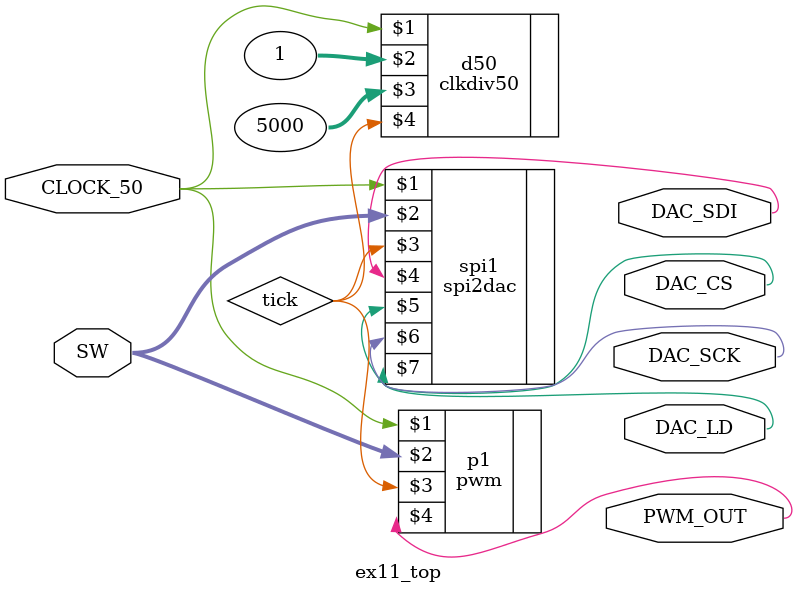
<source format=v>
module ex11_top (
	CLOCK_50,
	SW,
	DAC_CS,
	DAC_SDI,
	DAC_LD,
	DAC_SCK,
	PWM_OUT
);	
	input		[9:0] SW;
	input CLOCK_50;
	
	output 	DAC_CS;
	output	DAC_SDI;
	output	DAC_LD;
	output	DAC_SCK;
	output	PWM_OUT;
	
	wire tick;
	
	clkdiv50	d50 (CLOCK_50, 1, 5000, tick);
	
	spi2dac spi1 (CLOCK_50, SW[9:0], tick, DAC_SDI, DAC_CS, DAC_SCK, DAC_LD);
	
	pwm p1 (CLOCK_50, SW[9:0], tick, PWM_OUT);

	
	
	endmodule

	
	
	
</source>
